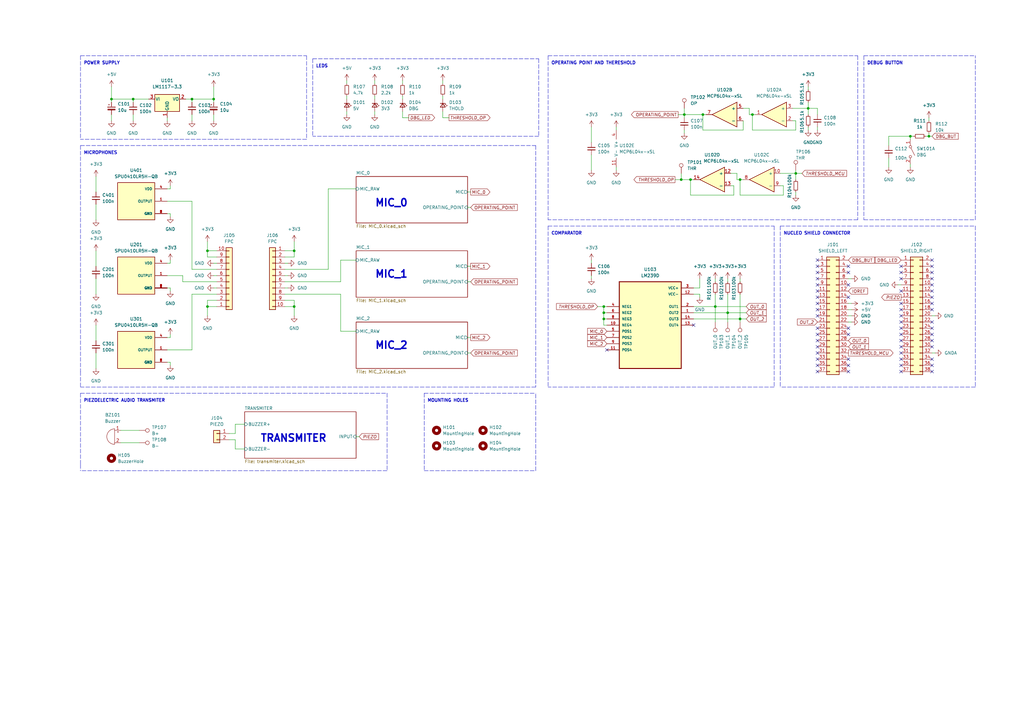
<source format=kicad_sch>
(kicad_sch (version 20211123) (generator eeschema)
  (paper "A3")
  (title_block (title "UltraSoundSensor") (date "2022-10-30") (rev "1.0") (company "Krystian Mirek"))
  (junction (at 303.53 130.81))
  (junction (at 85.09 102.87))
  (junction (at 120.65 102.87))
  (junction (at 279.4 73.66))
  (junction (at 381 55.88))
  (junction (at 85.09 125.73))
  (junction (at 303.53 73.66))
  (junction (at 120.65 125.73))
  (junction (at 298.45 128.27))
  (junction (at 54.61 40.64))
  (junction (at 283.21 73.66))
  (junction (at 78.74 40.64))
  (junction (at 308.61 46.99))
  (junction (at 87.63 40.64))
  (junction (at 293.37 125.73))
  (junction (at 331.47 44.45))
  (junction (at 373.38 55.88))
  (junction (at 326.39 71.12))
  (junction (at 247.65 125.73))
  (junction (at 247.65 130.81))
  (junction (at 280.67 46.99))
  (junction (at 247.65 128.27))
  (junction (at 45.72 40.64))
  (junction (at 288.29 46.99))
  (no_connect (at 284.48 133.35))
  (no_connect (at 248.92 143.51))
  (no_connect (at 382.27 106.68))
  (no_connect (at 335.28 109.22))
  (no_connect (at 335.28 111.76))
  (no_connect (at 335.28 106.68))
  (no_connect (at 347.98 111.76))
  (no_connect (at 347.98 109.22))
  (no_connect (at 347.98 116.84))
  (no_connect (at 335.28 114.3))
  (no_connect (at 335.28 121.92))
  (no_connect (at 335.28 119.38))
  (no_connect (at 335.28 116.84))
  (no_connect (at 347.98 121.92))
  (no_connect (at 335.28 142.24))
  (no_connect (at 335.28 139.7))
  (no_connect (at 335.28 134.62))
  (no_connect (at 335.28 137.16))
  (no_connect (at 347.98 149.86))
  (no_connect (at 347.98 152.4))
  (no_connect (at 335.28 149.86))
  (no_connect (at 335.28 152.4))
  (no_connect (at 335.28 129.54))
  (no_connect (at 347.98 137.16))
  (no_connect (at 347.98 134.62))
  (no_connect (at 335.28 127))
  (no_connect (at 335.28 147.32))
  (no_connect (at 335.28 144.78))
  (no_connect (at 335.28 124.46))
  (no_connect (at 369.57 127))
  (no_connect (at 382.27 132.08))
  (no_connect (at 382.27 139.7))
  (no_connect (at 382.27 134.62))
  (no_connect (at 382.27 137.16))
  (no_connect (at 382.27 127))
  (no_connect (at 382.27 147.32))
  (no_connect (at 369.57 139.7))
  (no_connect (at 382.27 142.24))
  (no_connect (at 369.57 147.32))
  (no_connect (at 382.27 111.76))
  (no_connect (at 369.57 109.22))
  (no_connect (at 369.57 111.76))
  (no_connect (at 382.27 114.3))
  (no_connect (at 382.27 109.22))
  (no_connect (at 369.57 114.3))
  (no_connect (at 369.57 119.38))
  (no_connect (at 382.27 119.38))
  (no_connect (at 382.27 116.84))
  (no_connect (at 369.57 124.46))
  (no_connect (at 347.98 147.32))
  (no_connect (at 382.27 124.46))
  (no_connect (at 382.27 121.92))
  (no_connect (at 382.27 152.4))
  (no_connect (at 369.57 152.4))
  (no_connect (at 382.27 149.86))
  (no_connect (at 369.57 149.86))
  (no_connect (at 369.57 129.54))
  (no_connect (at 369.57 132.08))
  (no_connect (at 369.57 134.62))
  (no_connect (at 369.57 137.16))
  (no_connect (at 369.57 144.78))
  (no_connect (at 369.57 142.24))
  (bus_entry (at 21.59 -288.29) (size 2.54 2.54))
  (wire (pts (xy 326.39 71.12) (xy 328.93 71.12)))
  (wire (pts (xy 321.31 76.2) (xy 321.31 80.01)))
  (polyline (pts (xy 33.02 190.5) (xy 33.02 193.04)))
  (wire (pts (xy 280.67 44.45) (xy 280.67 46.99)))
  (wire (pts (xy 68.58 77.47) (xy 69.85 77.47)))
  (wire (pts (xy 242.57 52.07) (xy 242.57 58.42)))
  (wire (pts (xy 116.84 107.95) (xy 118.11 107.95)))
  (wire (pts (xy 85.09 125.73) (xy 88.9 125.73)))
  (wire (pts (xy 68.58 87.63) (xy 69.85 87.63)))
  (wire (pts (xy 284.48 125.73) (xy 293.37 125.73)))
  (wire (pts (xy 45.72 40.64) (xy 45.72 41.91)))
  (wire (pts (xy 279.4 71.12) (xy 279.4 73.66)))
  (polyline (pts (xy 224.79 92.71) (xy 317.5 92.71)))
  (wire (pts (xy 303.53 130.81) (xy 303.53 132.08)))
  (wire (pts (xy 335.28 46.99) (xy 335.28 44.45)))
  (wire (pts (xy 326.39 53.34) (xy 308.61 53.34)))
  (wire (pts (xy 300.99 80.01) (xy 283.21 80.01)))
  (polyline (pts (xy 173.99 161.29) (xy 219.71 161.29)))
  (wire (pts (xy 252.73 52.07) (xy 252.73 53.34)))
  (polyline (pts (xy 224.79 92.71) (xy 224.79 158.75)))
  (wire (pts (xy 321.31 80.01) (xy 303.53 80.01)))
  (wire (pts (xy 276.86 73.66) (xy 279.4 73.66)))
  (wire (pts (xy 381 54.61) (xy 381 55.88)))
  (wire (pts (xy 335.28 44.45) (xy 331.47 44.45)))
  (polyline (pts (xy 354.33 22.86) (xy 400.05 22.86)))
  (wire (pts (xy 116.84 123.19) (xy 120.65 123.19)))
  (wire (pts (xy 242.57 113.03) (xy 242.57 114.3)))
  (wire (pts (xy 78.74 143.51) (xy 78.74 120.65)))
  (wire (pts (xy 247.65 128.27) (xy 247.65 130.81)))
  (polyline (pts (xy 128.27 24.13) (xy 128.27 55.88)))
  (wire (pts (xy 134.62 110.49) (xy 116.84 110.49)))
  (polyline (pts (xy 33.02 22.86) (xy 33.02 57.15)))
  (wire (pts (xy 68.58 138.43) (xy 69.85 138.43)))
  (wire (pts (xy 167.64 48.26) (xy 165.1 48.26)))
  (wire (pts (xy 181.61 33.02) (xy 181.61 34.29)))
  (wire (pts (xy 181.61 48.26) (xy 181.61 45.72)))
  (wire (pts (xy 283.21 73.66) (xy 284.48 73.66)))
  (wire (pts (xy 181.61 39.37) (xy 181.61 40.64)))
  (wire (pts (xy 78.74 40.64) (xy 87.63 40.64)))
  (polyline (pts (xy 173.99 193.04) (xy 219.71 193.04)))
  (wire (pts (xy 68.58 143.51) (xy 78.74 143.51)))
  (wire (pts (xy 298.45 114.3) (xy 298.45 115.57)))
  (wire (pts (xy 120.65 105.41) (xy 120.65 102.87)))
  (polyline (pts (xy 219.71 193.04) (xy 219.71 161.29)))
  (wire (pts (xy 300.99 76.2) (xy 300.99 80.01)))
  (wire (pts (xy 373.38 55.88) (xy 374.65 55.88)))
  (wire (pts (xy 153.67 33.02) (xy 153.67 34.29)))
  (wire (pts (xy 242.57 106.68) (xy 242.57 107.95)))
  (wire (pts (xy 307.34 46.99) (xy 308.61 46.99)))
  (polyline (pts (xy 125.73 57.15) (xy 33.02 57.15)))
  (polyline (pts (xy 400.05 92.71) (xy 400.05 158.75)))
  (polyline (pts (xy 158.75 193.04) (xy 33.02 193.04)))
  (wire (pts (xy 88.9 105.41) (xy 85.09 105.41)))
  (wire (pts (xy 287.02 114.3) (xy 287.02 118.11)))
  (wire (pts (xy 39.37 133.35) (xy 39.37 139.7)))
  (wire (pts (xy 242.57 63.5) (xy 242.57 69.85)))
  (wire (pts (xy 293.37 114.3) (xy 293.37 115.57)))
  (wire (pts (xy 69.85 148.59) (xy 69.85 149.86)))
  (wire (pts (xy 165.1 33.02) (xy 165.1 34.29)))
  (wire (pts (xy 293.37 125.73) (xy 293.37 132.08)))
  (wire (pts (xy 304.8 49.53) (xy 304.8 53.34)))
  (wire (pts (xy 247.65 133.35) (xy 248.92 133.35)))
  (wire (pts (xy 74.93 115.57) (xy 88.9 115.57)))
  (polyline (pts (xy 320.04 92.71) (xy 400.05 92.71)))
  (wire (pts (xy 299.72 76.2) (xy 300.99 76.2)))
  (wire (pts (xy 142.24 33.02) (xy 142.24 34.29)))
  (polyline (pts (xy 128.27 24.13) (xy 220.98 24.13)))
  (wire (pts (xy 247.65 128.27) (xy 248.92 128.27)))
  (wire (pts (xy 54.61 46.99) (xy 54.61 49.53)))
  (wire (pts (xy 69.85 138.43) (xy 69.85 137.16)))
  (wire (pts (xy 88.9 102.87) (xy 85.09 102.87)))
  (wire (pts (xy 146.05 77.47) (xy 134.62 77.47)))
  (wire (pts (xy 347.98 129.54) (xy 349.25 129.54)))
  (wire (pts (xy 39.37 114.3) (xy 39.37 120.65)))
  (wire (pts (xy 302.26 71.12) (xy 302.26 73.66)))
  (wire (pts (xy 116.84 113.03) (xy 118.11 113.03)))
  (wire (pts (xy 184.15 48.26) (xy 181.61 48.26)))
  (wire (pts (xy 88.9 118.11) (xy 87.63 118.11)))
  (wire (pts (xy 191.77 138.43) (xy 193.04 138.43)))
  (wire (pts (xy 364.49 59.69) (xy 364.49 55.88)))
  (wire (pts (xy 39.37 83.82) (xy 39.37 90.17)))
  (wire (pts (xy 283.21 80.01) (xy 283.21 73.66)))
  (wire (pts (xy 303.53 120.65) (xy 303.53 130.81)))
  (wire (pts (xy 142.24 39.37) (xy 142.24 40.64)))
  (wire (pts (xy 247.65 130.81) (xy 247.65 133.35)))
  (wire (pts (xy 304.8 44.45) (xy 307.34 44.45)))
  (wire (pts (xy 142.24 45.72) (xy 142.24 46.99)))
  (wire (pts (xy 54.61 40.64) (xy 54.61 41.91)))
  (wire (pts (xy 191.77 85.09) (xy 193.04 85.09)))
  (wire (pts (xy 85.09 102.87) (xy 85.09 99.06)))
  (wire (pts (xy 347.98 124.46) (xy 349.25 124.46)))
  (wire (pts (xy 57.15 176.53) (xy 49.53 176.53)))
  (wire (pts (xy 347.98 132.08) (xy 349.25 132.08)))
  (wire (pts (xy 347.98 127) (xy 349.25 127)))
  (wire (pts (xy 191.77 144.78) (xy 193.04 144.78)))
  (wire (pts (xy 88.9 123.19) (xy 85.09 123.19)))
  (polyline (pts (xy 158.75 161.29) (xy 158.75 193.04)))
  (polyline (pts (xy 33.02 152.4) (xy 33.02 158.75)))
  (wire (pts (xy 153.67 39.37) (xy 153.67 40.64)))
  (wire (pts (xy 165.1 48.26) (xy 165.1 45.72)))
  (wire (pts (xy 69.85 77.47) (xy 69.85 76.2)))
  (wire (pts (xy 88.9 107.95) (xy 87.63 107.95)))
  (wire (pts (xy 280.67 46.99) (xy 288.29 46.99)))
  (wire (pts (xy 320.04 71.12) (xy 326.39 71.12)))
  (wire (pts (xy 308.61 46.99) (xy 309.88 46.99)))
  (wire (pts (xy 280.67 53.34) (xy 280.67 54.61)))
  (wire (pts (xy 120.65 123.19) (xy 120.65 125.73)))
  (wire (pts (xy 134.62 77.47) (xy 134.62 110.49)))
  (wire (pts (xy 284.48 128.27) (xy 298.45 128.27)))
  (wire (pts (xy 93.98 180.34) (xy 96.52 180.34)))
  (wire (pts (xy 326.39 49.53) (xy 326.39 53.34)))
  (polyline (pts (xy 224.79 22.86) (xy 351.79 22.86)))
  (wire (pts (xy 304.8 53.34) (xy 288.29 53.34)))
  (wire (pts (xy 326.39 71.12) (xy 326.39 73.66)))
  (wire (pts (xy 96.52 180.34) (xy 96.52 184.15)))
  (wire (pts (xy 381 48.26) (xy 381 49.53)))
  (wire (pts (xy 293.37 120.65) (xy 293.37 125.73)))
  (wire (pts (xy 247.65 130.81) (xy 248.92 130.81)))
  (wire (pts (xy 325.12 44.45) (xy 331.47 44.45)))
  (wire (pts (xy 245.11 125.73) (xy 247.65 125.73)))
  (wire (pts (xy 373.38 67.31) (xy 373.38 68.58)))
  (polyline (pts (xy 224.79 22.86) (xy 224.79 90.17)))
  (wire (pts (xy 278.13 46.99) (xy 280.67 46.99)))
  (wire (pts (xy 381 55.88) (xy 382.27 55.88)))
  (polyline (pts (xy 219.71 59.69) (xy 219.71 158.75)))
  (wire (pts (xy 308.61 53.34) (xy 308.61 46.99)))
  (polyline (pts (xy 220.98 24.13) (xy 220.98 55.88)))
  (wire (pts (xy 373.38 55.88) (xy 373.38 57.15)))
  (wire (pts (xy 139.7 106.68) (xy 146.05 106.68)))
  (polyline (pts (xy 351.79 22.86) (xy 351.79 90.17)))
  (wire (pts (xy 326.39 69.85) (xy 326.39 71.12)))
  (wire (pts (xy 191.77 115.57) (xy 193.04 115.57)))
  (wire (pts (xy 153.67 45.72) (xy 153.67 46.99)))
  (wire (pts (xy 85.09 105.41) (xy 85.09 102.87)))
  (wire (pts (xy 39.37 102.87) (xy 39.37 109.22)))
  (polyline (pts (xy 33.02 161.29) (xy 33.02 190.5)))
  (polyline (pts (xy 354.33 90.17) (xy 400.05 90.17)))
  (wire (pts (xy 45.72 40.64) (xy 54.61 40.64)))
  (wire (pts (xy 146.05 179.07) (xy 147.32 179.07)))
  (polyline (pts (xy 33.02 59.69) (xy 33.02 152.4)))
  (wire (pts (xy 191.77 109.22) (xy 193.04 109.22)))
  (wire (pts (xy 76.2 40.64) (xy 78.74 40.64)))
  (wire (pts (xy 288.29 53.34) (xy 288.29 46.99)))
  (wire (pts (xy 364.49 55.88) (xy 373.38 55.88)))
  (wire (pts (xy 78.74 82.55) (xy 78.74 110.49)))
  (wire (pts (xy 96.52 184.15) (xy 100.33 184.15)))
  (wire (pts (xy 139.7 135.89) (xy 146.05 135.89)))
  (polyline (pts (xy 317.5 92.71) (xy 317.5 158.75)))
  (wire (pts (xy 382.27 129.54) (xy 383.54 129.54)))
  (polyline (pts (xy 173.99 161.29) (xy 173.99 193.04)))
  (wire (pts (xy 299.72 71.12) (xy 302.26 71.12)))
  (wire (pts (xy 303.53 73.66) (xy 304.8 73.66)))
  (wire (pts (xy 54.61 40.64) (xy 60.96 40.64)))
  (wire (pts (xy 68.58 113.03) (xy 74.93 113.03)))
  (wire (pts (xy 288.29 46.99) (xy 289.56 46.99)))
  (wire (pts (xy 68.58 48.26) (xy 68.58 49.53)))
  (wire (pts (xy 69.85 107.95) (xy 69.85 106.68)))
  (wire (pts (xy 85.09 123.19) (xy 85.09 125.73)))
  (wire (pts (xy 335.28 52.07) (xy 335.28 53.34)))
  (wire (pts (xy 39.37 72.39) (xy 39.37 78.74)))
  (wire (pts (xy 96.52 177.8) (xy 96.52 173.99)))
  (wire (pts (xy 252.73 68.58) (xy 252.73 69.85)))
  (wire (pts (xy 298.45 128.27) (xy 306.07 128.27)))
  (wire (pts (xy 287.02 118.11) (xy 284.48 118.11)))
  (wire (pts (xy 45.72 35.56) (xy 45.72 40.64)))
  (wire (pts (xy 347.98 114.3) (xy 349.25 114.3)))
  (wire (pts (xy 364.49 64.77) (xy 364.49 68.58)))
  (wire (pts (xy 279.4 73.66) (xy 283.21 73.66)))
  (wire (pts (xy 298.45 120.65) (xy 298.45 128.27)))
  (wire (pts (xy 331.47 35.56) (xy 331.47 36.83)))
  (wire (pts (xy 120.65 129.54) (xy 120.65 125.73)))
  (wire (pts (xy 307.34 44.45) (xy 307.34 46.99)))
  (polyline (pts (xy 33.02 22.86) (xy 125.73 22.86)))
  (polyline (pts (xy 354.33 22.86) (xy 354.33 90.17)))
  (polyline (pts (xy 33.02 161.29) (xy 158.75 161.29)))
  (wire (pts (xy 69.85 118.11) (xy 69.85 119.38)))
  (wire (pts (xy 302.26 73.66) (xy 303.53 73.66)))
  (wire (pts (xy 78.74 46.99) (xy 78.74 49.53)))
  (wire (pts (xy 284.48 120.65) (xy 287.02 120.65)))
  (wire (pts (xy 116.84 115.57) (xy 139.7 115.57)))
  (wire (pts (xy 303.53 114.3) (xy 303.53 115.57)))
  (polyline (pts (xy 33.02 59.69) (xy 219.71 59.69)))
  (wire (pts (xy 303.53 80.01) (xy 303.53 73.66)))
  (polyline (pts (xy 317.5 158.75) (xy 224.79 158.75)))
  (wire (pts (xy 78.74 110.49) (xy 88.9 110.49)))
  (wire (pts (xy 74.93 113.03) (xy 74.93 115.57)))
  (wire (pts (xy 68.58 148.59) (xy 69.85 148.59)))
  (wire (pts (xy 326.39 78.74) (xy 326.39 80.01)))
  (wire (pts (xy 331.47 44.45) (xy 331.47 46.99)))
  (polyline (pts (xy 220.98 55.88) (xy 128.27 55.88)))
  (polyline (pts (xy 320.04 92.71) (xy 320.04 158.75)))
  (wire (pts (xy 45.72 46.99) (xy 45.72 49.53)))
  (wire (pts (xy 382.27 144.78) (xy 383.54 144.78)))
  (wire (pts (xy 116.84 105.41) (xy 120.65 105.41)))
  (wire (pts (xy 88.9 113.03) (xy 87.63 113.03)))
  (wire (pts (xy 165.1 39.37) (xy 165.1 40.64)))
  (wire (pts (xy 247.65 125.73) (xy 247.65 128.27)))
  (wire (pts (xy 69.85 87.63) (xy 69.85 88.9)))
  (wire (pts (xy 96.52 173.99) (xy 100.33 173.99)))
  (wire (pts (xy 87.63 46.99) (xy 87.63 49.53)))
  (wire (pts (xy 85.09 129.54) (xy 85.09 125.73)))
  (polyline (pts (xy 125.73 22.86) (xy 125.73 57.15)))
  (wire (pts (xy 116.84 102.87) (xy 120.65 102.87)))
  (wire (pts (xy 78.74 120.65) (xy 88.9 120.65)))
  (wire (pts (xy 247.65 125.73) (xy 248.92 125.73)))
  (wire (pts (xy 116.84 120.65) (xy 139.7 120.65)))
  (wire (pts (xy 68.58 82.55) (xy 78.74 82.55)))
  (wire (pts (xy 191.77 78.74) (xy 193.04 78.74)))
  (wire (pts (xy 379.73 55.88) (xy 381 55.88)))
  (wire (pts (xy 39.37 144.78) (xy 39.37 151.13)))
  (wire (pts (xy 320.04 76.2) (xy 321.31 76.2)))
  (wire (pts (xy 139.7 120.65) (xy 139.7 135.89)))
  (wire (pts (xy 368.3 116.84) (xy 369.57 116.84)))
  (wire (pts (xy 68.58 118.11) (xy 69.85 118.11)))
  (polyline (pts (xy 351.79 90.17) (xy 224.79 90.17)))
  (wire (pts (xy 325.12 49.53) (xy 326.39 49.53)))
  (wire (pts (xy 139.7 115.57) (xy 139.7 106.68)))
  (wire (pts (xy 87.63 40.64) (xy 87.63 41.91)))
  (polyline (pts (xy 400.05 158.75) (xy 320.04 158.75)))
  (wire (pts (xy 120.65 125.73) (xy 116.84 125.73)))
  (wire (pts (xy 87.63 35.56) (xy 87.63 40.64)))
  (wire (pts (xy 116.84 118.11) (xy 118.11 118.11)))
  (wire (pts (xy 120.65 102.87) (xy 120.65 99.06)))
  (wire (pts (xy 284.48 130.81) (xy 303.53 130.81)))
  (wire (pts (xy 93.98 177.8) (xy 96.52 177.8)))
  (wire (pts (xy 293.37 125.73) (xy 306.07 125.73)))
  (wire (pts (xy 298.45 128.27) (xy 298.45 132.08)))
  (wire (pts (xy 303.53 130.81) (xy 306.07 130.81)))
  (wire (pts (xy 57.15 181.61) (xy 49.53 181.61)))
  (wire (pts (xy 68.58 107.95) (xy 69.85 107.95)))
  (wire (pts (xy 280.67 48.26) (xy 280.67 46.99)))
  (polyline (pts (xy 219.71 158.75) (xy 33.02 158.75)))
  (wire (pts (xy 78.74 40.64) (xy 78.74 41.91)))
  (wire (pts (xy 287.02 120.65) (xy 287.02 121.92)))
  (wire (pts (xy 331.47 52.07) (xy 331.47 53.34)))
  (wire (pts (xy 331.47 41.91) (xy 331.47 44.45)))
  (polyline (pts (xy 400.05 90.17) (xy 400.05 22.86)))
  (text "NUCLEO SHIELD CONNECTOR" (at 321.31 96.52 0) (effects (font (size 1.27 1.27) bold) (justify left bottom)))
  (text "MICROPHONES" (at 34.29 63.5 0) (effects (font (size 1.27 1.27) bold) (justify left bottom)))
  (text "COMPARATOR" (at 226.06 96.52 0) (effects (font (size 1.27 1.27) bold) (justify left bottom)))
  (text "PIEZOELECTRIC AUDIO TRANSMITER" (at 34.29 165.1 0) (effects (font (size 1.27 1.27) bold) (justify left bottom)))
  (text "OPERATING POINT AND THERESHOLD" (at 226.06 26.67 0) (effects (font (size 1.27 1.27) bold) (justify left bottom)))
  (text "POWER SUPPLY" (at 34.29 26.67 0) (effects (font (size 1.27 1.27) bold) (justify left bottom)))
  (text "DEBUG BUTTON" (at 355.6 26.67 0) (effects (font (size 1.27 1.27) bold) (justify left bottom)))
  (text "TRANSMITER" (at 106.68 181.61 0) (effects (font (size 3 3) (thickness 0.6) bold) (justify left bottom)))
  (text "MIC_1" (at 153.67 114.3 0) (effects (font (size 3 3) (thickness 0.6) bold) (justify left bottom)))
  (text "MIC_0" (at 153.67 85.09 0) (effects (font (size 3 3) (thickness 0.6) bold) (justify left bottom)))
  (text "LEDS" (at 129.54 27.94 0) (effects (font (size 1.27 1.27) bold) (justify left bottom)))
  (text "MOUNTING HOLES" (at 175.26 165.1 0) (effects (font (size 1.27 1.27) bold) (justify left bottom)))
  (text "MIC_2" (at 153.67 143.51 0) (effects (font (size 3 3) (thickness 0.6) bold) (justify left bottom)))
  (global_label "OUT_0" (shape input) (at 347.98 139.7 0) (effects (font italic)) (property "Intersheet References" "${INTERSHEET_REFS}" (effects hide)))
  (global_label "PIEZO" (shape output) (at 369.57 121.92 180) (effects (font italic)) (property "Intersheet References" "${INTERSHEET_REFS}" (effects hide)))
  (global_label "MIC_0" (shape output) (at 193.04 78.74 0) (property "Intersheet References" "${INTERSHEET_REFS}" (effects hide)))
  (global_label "OPERATING_POINT" (shape output) (at 278.13 46.99 180) (property "Intersheet References" "${INTERSHEET_REFS}" (effects hide)))
  (global_label "OUT_2" (shape input) (at 306.07 130.81 0) (effects (font italic)) (property "Intersheet References" "${INTERSHEET_REFS}" (effects hide)))
  (global_label "MIC_2" (shape input) (at 248.92 140.97 180) (property "Intersheet References" "${INTERSHEET_REFS}" (effects hide)))
  (global_label "IOREF" (shape input) (at 347.98 119.38 0) (property "Intersheet References" "${INTERSHEET_REFS}" (effects hide)))
  (global_label "OUT_1" (shape input) (at 306.07 128.27 0) (effects (font italic)) (property "Intersheet References" "${INTERSHEET_REFS}" (effects hide)))
  (global_label "DBG_BUT" (shape input) (at 382.27 55.88 0) (property "Intersheet References" "${INTERSHEET_REFS}" (effects hide)))
  (global_label "MIC_0" (shape input) (at 248.92 135.89 180) (property "Intersheet References" "${INTERSHEET_REFS}" (effects hide)))
  (global_label "MIC_1" (shape input) (at 248.92 138.43 180) (property "Intersheet References" "${INTERSHEET_REFS}" (effects hide)))
  (global_label "THRESHOLD_OP" (shape input) (at 245.11 125.73 180) (effects (font italic)) (property "Intersheet References" "${INTERSHEET_REFS}" (effects hide)))
  (global_label "OPERATING_POINT" (shape input) (at 193.04 144.78 0) (property "Intersheet References" "${INTERSHEET_REFS}" (effects hide)))
  (global_label "THRESHOLD_MCU" (shape input) (at 328.93 71.12 0) (effects (font italic)) (property "Intersheet References" "${INTERSHEET_REFS}" (effects hide)))
  (global_label "OUT_0" (shape input) (at 306.07 125.73 0) (effects (font italic)) (property "Intersheet References" "${INTERSHEET_REFS}" (effects hide)))
  (global_label "THRESHOLD_OP" (shape output) (at 276.86 73.66 180) (effects (font italic)) (property "Intersheet References" "${INTERSHEET_REFS}" (effects hide)))
  (global_label "MIC_1" (shape output) (at 193.04 109.22 0) (property "Intersheet References" "${INTERSHEET_REFS}" (effects hide)))
  (global_label "THRESHOLD_MCU" (shape output) (at 347.98 144.78 0) (effects (font italic)) (property "Intersheet References" "${INTERSHEET_REFS}" (effects hide)))
  (global_label "DBG_BUT" (shape input) (at 347.98 106.68 0) (property "Intersheet References" "${INTERSHEET_REFS}" (effects hide)))
  (global_label "MIC_2" (shape output) (at 193.04 138.43 0) (property "Intersheet References" "${INTERSHEET_REFS}" (effects hide)))
  (global_label "DBG_LED" (shape input) (at 369.57 106.68 180) (property "Intersheet References" "${INTERSHEET_REFS}" (effects hide)))
  (global_label "DBG_LED" (shape output) (at 167.64 48.26 0) (effects (font italic)) (property "Intersheet References" "${INTERSHEET_REFS}" (effects hide)))
  (global_label "THRESHOLD_OP" (shape output) (at 184.15 48.26 0) (effects (font italic)) (property "Intersheet References" "${INTERSHEET_REFS}" (effects hide)))
  (global_label "OPERATING_POINT" (shape input) (at 193.04 115.57 0) (property "Intersheet References" "${INTERSHEET_REFS}" (effects hide)))
  (global_label "PIEZO" (shape input) (at 147.32 179.07 0) (effects (font italic)) (property "Intersheet References" "${INTERSHEET_REFS}" (effects hide)))
  (global_label "OUT_2" (shape input) (at 335.28 132.08 180) (effects (font italic)) (property "Intersheet References" "${INTERSHEET_REFS}" (effects hide)))
  (global_label "OUT_1" (shape input) (at 347.98 142.24 0) (effects (font italic)) (property "Intersheet References" "${INTERSHEET_REFS}" (effects hide)))
  (global_label "OPERATING_POINT" (shape input) (at 193.04 85.09 0) (property "Intersheet References" "${INTERSHEET_REFS}" (effects hide)))
  (symbol (lib_id "power:GND") (at 331.47 53.34 0) (unit 1)
    (property "Reference" "#PWR0113" (effects hide))
    (property "Value" "GND" (at 331.47 58.42 0))
  )
  (symbol (lib_id "SPU0410LR5H-QB:SPU0410LR5H-QB") (at 55.88 143.51 0) (unit 1)
    (property "Reference" "U301" (at 55.88 130.81 0))
    (property "Value" "SPU0410LR5H-QB" (at 55.88 133.35 0))
    (property "Footprint" "SPU0410:SPU0410LR5H-QB" (effects hide))
    (property "PARTREV" "H" (effects hide))
    (property "STANDARD" "Manufacturer Recommendations" (effects hide))
    (property "MANUFACTURER" "KNOWLES" (effects hide))
  )
  (symbol (lib_id "power:+3V3") (at 39.37 102.87 0) (unit 1)
    (property "Reference" "#PWR0139" (effects hide))
    (property "Value" "+3V3" (at 39.37 97.79 0))
  )
  (symbol (lib_id "Device:R_Small") (at 165.1 36.83 0) (unit 1)
    (property "Reference" "R110" (at 167.64 35.5599 0) (effects (justify left)))
    (property "Value" "1k" (at 167.64 38.0999 0) (effects (justify left)))
    (property "Footprint" "Resistor_SMD:R_0603_1608Metric" (effects hide))
  )
  (symbol (lib_id "Connector_Generic:Conn_01x10") (at 111.76 113.03 0) (mirror y) (unit 1)
    (property "Reference" "J106" (at 111.76 96.52 0))
    (property "Value" "FPC" (at 111.76 99.06 0))
    (property "Footprint" "Connector_FFC-FPC:Hirose_FH12-10S-0.5SH_1x10-1MP_P0.50mm_Horizontal" (effects hide))
  )
  (symbol (lib_id "power:GND") (at 69.85 88.9 0) (mirror y) (unit 1)
    (property "Reference" "#PWR0140" (effects hide))
    (property "Value" "GND" (at 69.85 93.98 0))
  )
  (symbol (lib_id "Device:R_Small") (at 293.37 118.11 0) (unit 1)
    (property "Reference" "R101" (at 290.83 123.19 90) (effects (justify left)))
    (property "Value" "100k" (at 290.83 118.11 90) (effects (justify left)))
    (property "Footprint" "Resistor_SMD:R_0603_1608Metric" (effects hide))
  )
  (symbol (lib_id "Device:C_Small") (at 78.74 44.45 0) (unit 1)
    (property "Reference" "C103" (at 81.28 43.1862 0) (effects (justify left)))
    (property "Value" "100n" (at 81.28 45.7262 0) (effects (justify left)))
    (property "Footprint" "Capacitor_SMD:C_0603_1608Metric" (effects hide))
  )
  (symbol (lib_id "Connector:TestPoint") (at 303.53 132.08 180) (unit 1)
    (property "Reference" "TP105" (at 306.07 137.16 90) (effects (justify left)))
    (property "Value" "OUT_2" (at 303.53 137.16 90) (effects (justify left)))
    (property "Footprint" "TestPoint:TestPoint_Pad_D1.0mm" (effects hide))
  )
  (symbol (lib_id "Device:C_Small") (at 39.37 142.24 0) (unit 1)
    (property "Reference" "C301" (at 41.91 140.9762 0) (effects (justify left)))
    (property "Value" "100n" (at 41.91 143.5162 0) (effects (justify left)))
    (property "Footprint" "Capacitor_SMD:C_0603_1608Metric" (effects hide))
  )
  (symbol (lib_id "Device:Buzzer") (at 46.99 179.07 0) (mirror y) (unit 1)
    (property "Reference" "BZ101" (at 46.228 170.18 0))
    (property "Value" "Buzzer" (at 46.228 172.72 0))
    (property "Footprint" "Buzzer_Beeper:Buzzer_15x7.5RM7.6" (effects hide))
  )
  (symbol (lib_id "Device:C_Small") (at 39.37 111.76 0) (unit 1)
    (property "Reference" "C201" (at 41.91 110.4962 0) (effects (justify left)))
    (property "Value" "100n" (at 41.91 113.0362 0) (effects (justify left)))
    (property "Footprint" "Capacitor_SMD:C_0603_1608Metric" (effects hide))
  )
  (symbol (lib_id "power:+3V3") (at 331.47 35.56 0) (unit 1)
    (property "Reference" "#PWR0122" (effects hide))
    (property "Value" "+3V3" (at 331.47 30.48 0))
  )
  (symbol (lib_id "power:GND") (at 349.25 129.54 90) (unit 1)
    (property "Reference" "#PWR0127" (effects hide))
    (property "Value" "GND" (at 353.06 129.5399 90) (effects (justify right)))
  )
  (symbol (lib_id "Connector:TestPoint") (at 57.15 181.61 270) (unit 1)
    (property "Reference" "TP108" (at 62.23 180.3399 90) (effects (justify left)))
    (property "Value" "B-" (at 62.23 182.8799 90) (effects (justify left)))
    (property "Footprint" "TestPoint:TestPoint_Pad_D2.0mm" (effects hide))
  )
  (symbol (lib_id "Device:LED_Small") (at 142.24 43.18 270) (unit 1)
    (property "Reference" "D101" (at 144.78 41.9734 90) (effects (justify left)))
    (property "Value" "5V" (at 144.78 44.5134 90) (effects (justify left)))
    (property "Footprint" "LED_SMD:LED_0603_1608Metric" (effects hide))
  )
  (symbol (lib_id "Amplifier_Operational:MCP6L04x-xSL") (at 255.27 60.96 0) (unit 5)
    (property "Reference" "U102" (at 254 59.6899 0) (effects (justify left)))
    (property "Value" "MCP6L04x-xSL" (at 254 62.2299 0) (effects (justify left)))
    (property "Footprint" "Package_SO:SOIC-14_3.9x8.7mm_P1.27mm" (effects hide))
    (property "Datasheet" "http://ww1.microchip.com/downloads/en/devicedoc/22140b.pdf" (effects hide))
  )
  (symbol (lib_id "power:+3V3") (at 69.85 106.68 0) (unit 1)
    (property "Reference" "#PWR0145" (effects hide))
    (property "Value" "+3V3" (at 69.85 101.6 0))
  )
  (symbol (lib_id "power:GND") (at 364.49 68.58 0) (unit 1)
    (property "Reference" "#PWR0161" (effects hide))
    (property "Value" "GND" (at 364.49 73.66 0))
  )
  (symbol (lib_id "Device:R_Small") (at 331.47 49.53 0) (unit 1)
    (property "Reference" "R106" (at 328.93 54.61 90) (effects (justify left)))
    (property "Value" "5.1k" (at 328.93 49.53 90) (effects (justify left)))
    (property "Footprint" "Resistor_SMD:R_0603_1608Metric" (effects hide))
  )
  (symbol (lib_id "power:GND") (at 153.67 46.99 0) (unit 1)
    (property "Reference" "#PWR0132" (effects hide))
    (property "Value" "GND" (at 153.67 52.07 0))
  )
  (symbol (lib_id "power:GND") (at 349.25 114.3 90) (unit 1)
    (property "Reference" "#PWR0121" (effects hide))
    (property "Value" "GND" (at 353.06 114.2999 90) (effects (justify right)))
  )
  (symbol (lib_id "power:GND") (at 118.11 118.11 90) (unit 1)
    (property "Reference" "#PWR0158" (effects hide))
    (property "Value" "GND" (at 121.92 118.1099 90) (effects (justify right)))
  )
  (symbol (lib_id "power:+5V") (at 142.24 33.02 0) (unit 1)
    (property "Reference" "#PWR0129" (effects hide))
    (property "Value" "+5V" (at 142.24 27.94 0))
  )
  (symbol (lib_id "Connector:TestPoint") (at 280.67 44.45 0) (unit 1)
    (property "Reference" "TP102" (at 283.21 39.8779 0) (effects (justify left)))
    (property "Value" "OP" (at 283.21 42.4179 0) (effects (justify left)))
    (property "Footprint" "TestPoint:TestPoint_Pad_D1.0mm" (effects hide))
  )
  (symbol (lib_id "power:GND") (at 87.63 107.95 270) (mirror x) (unit 1)
    (property "Reference" "#PWR0153" (effects hide))
    (property "Value" "GND" (at 83.82 107.9499 90) (effects (justify right)))
  )
  (symbol (lib_id "Device:C_Small") (at 242.57 60.96 0) (unit 1)
    (property "Reference" "C105" (at 245.11 59.6962 0) (effects (justify left)))
    (property "Value" "100n" (at 245.11 62.2362 0) (effects (justify left)))
    (property "Footprint" "Capacitor_SMD:C_0603_1608Metric" (effects hide))
  )
  (symbol (lib_id "power:+3V3") (at 87.63 35.56 0) (unit 1)
    (property "Reference" "#PWR0106" (effects hide))
    (property "Value" "+3V3" (at 87.63 30.48 0))
  )
  (symbol (lib_id "power:GND") (at 118.11 107.95 90) (unit 1)
    (property "Reference" "#PWR0156" (effects hide))
    (property "Value" "GND" (at 121.92 107.9499 90) (effects (justify right)))
  )
  (symbol (lib_id "power:GND") (at 242.57 114.3 0) (unit 1)
    (property "Reference" "#PWR0111" (effects hide))
    (property "Value" "GND" (at 242.57 119.38 0))
  )
  (symbol (lib_id "Connector_Generic:Conn_01x10") (at 93.98 115.57 0) (mirror x) (unit 1)
    (property "Reference" "J105" (at 93.98 96.52 0))
    (property "Value" "FPC" (at 93.98 99.06 0))
    (property "Footprint" "Connector_FFC-FPC:Hirose_FH12-10S-0.5SH_1x10-1MP_P0.50mm_Horizontal" (effects hide))
  )
  (symbol (lib_id "Device:C_Small") (at 39.37 81.28 0) (unit 1)
    (property "Reference" "C401" (at 41.91 80.0162 0) (effects (justify left)))
    (property "Value" "100n" (at 41.91 82.5562 0) (effects (justify left)))
    (property "Footprint" "Capacitor_SMD:C_0603_1608Metric" (effects hide))
  )
  (symbol (lib_id "Mechanical:MountingHole") (at 45.72 187.96 0) (unit 1)
    (property "Reference" "H105" (at 48.26 186.6899 0) (effects (justify left)))
    (property "Value" "BuzzerHole" (at 48.26 189.2299 0) (effects (justify left)))
    (property "Footprint" "MountingHole:MountingHole_2.2mm_M2" (effects hide))
  )
  (symbol (lib_id "power:+3V3") (at 293.37 114.3 0) (unit 1)
    (property "Reference" "#PWR0117" (effects hide))
    (property "Value" "+3V3" (at 293.37 109.22 0))
  )
  (symbol (lib_id "power:GND") (at 68.58 49.53 0) (unit 1)
    (property "Reference" "#PWR0104" (effects hide))
    (property "Value" "GND" (at 68.58 54.61 0))
  )
  (symbol (lib_id "power:GND") (at 69.85 149.86 0) (mirror y) (unit 1)
    (property "Reference" "#PWR0144" (effects hide))
    (property "Value" "GND" (at 69.85 154.94 0))
  )
  (symbol (lib_id "Device:R_Small") (at 142.24 36.83 0) (unit 1)
    (property "Reference" "R107" (at 144.78 35.5599 0) (effects (justify left)))
    (property "Value" "4.7k" (at 144.78 38.0999 0) (effects (justify left)))
    (property "Footprint" "Resistor_SMD:R_0603_1608Metric" (effects hide))
  )
  (symbol (lib_id "power:+3V3") (at 252.73 52.07 0) (unit 1)
    (property "Reference" "#PWR0112" (effects hide))
    (property "Value" "+3V3" (at 252.73 46.99 0))
  )
  (symbol (lib_id "power:+3V3") (at 381 48.26 0) (unit 1)
    (property "Reference" "#PWR0163" (effects hide))
    (property "Value" "+3V3" (at 381 43.18 0))
  )
  (symbol (lib_id "power:+3V3") (at 303.53 114.3 0) (unit 1)
    (property "Reference" "#PWR0119" (effects hide))
    (property "Value" "+3V3" (at 303.53 109.22 0))
  )
  (symbol (lib_id "Mechanical:MountingHole") (at 198.12 176.53 0) (unit 1)
    (property "Reference" "H102" (at 200.66 175.2599 0) (effects (justify left)))
    (property "Value" "MountingHole" (at 200.66 177.7999 0) (effects (justify left)))
    (property "Footprint" "MountingHole:MountingHole_3.2mm_M3" (effects hide))
  )
  (symbol (lib_id "Device:R_Small") (at 381 52.07 0) (unit 1)
    (property "Reference" "R112" (at 383.54 50.7999 0) (effects (justify left)))
    (property "Value" "10k" (at 383.54 53.3399 0) (effects (justify left)))
    (property "Footprint" "Resistor_SMD:R_0603_1608Metric" (effects hide))
  )
  (symbol (lib_id "Amplifier_Operational:MCP6L04x-xSL") (at 312.42 73.66 0) (mirror y) (unit 3)
    (property "Reference" "U102" (at 312.42 63.5 0))
    (property "Value" "MCP6L04x-xSL" (at 312.42 66.04 0))
    (property "Footprint" "Package_SO:SOIC-14_3.9x8.7mm_P1.27mm" (effects hide))
    (property "Datasheet" "http://ww1.microchip.com/downloads/en/devicedoc/22140b.pdf" (effects hide))
  )
  (symbol (lib_id "Amplifier_Operational:MCP6L04x-xSL") (at 297.18 46.99 0) (mirror y) (unit 2)
    (property "Reference" "U102" (at 297.18 36.83 0))
    (property "Value" "MCP6L04x-xSL" (at 297.18 39.37 0))
    (property "Footprint" "Package_SO:SOIC-14_3.9x8.7mm_P1.27mm" (effects hide))
    (property "Datasheet" "http://ww1.microchip.com/downloads/en/devicedoc/22140b.pdf" (effects hide))
  )
  (symbol (lib_id "Connector:TestPoint") (at 57.15 176.53 270) (unit 1)
    (property "Reference" "TP107" (at 62.23 175.2599 90) (effects (justify left)))
    (property "Value" "B+" (at 62.23 177.7999 90) (effects (justify left)))
    (property "Footprint" "TestPoint:TestPoint_Pad_D2.0mm" (effects hide))
  )
  (symbol (lib_id "LM239D:LM239D") (at 266.7 133.35 0) (unit 1)
    (property "Reference" "U103" (at 266.7 110.49 0))
    (property "Value" "LM239D" (at 266.7 113.03 0))
    (property "Footprint" "Package_SO:SOIC-14_3.9x8.7mm_P1.27mm" (effects hide))
  )
  (symbol (lib_id "power:GND") (at 87.63 113.03 270) (mirror x) (unit 1)
    (property "Reference" "#PWR0154" (effects hide))
    (property "Value" "GND" (at 83.82 113.0299 90) (effects (justify right)))
  )
  (symbol (lib_id "Connector:TestPoint") (at 279.4 71.12 0) (unit 1)
    (property "Reference" "TP101" (at 281.94 66.5479 0) (effects (justify left)))
    (property "Value" "THR" (at 281.94 69.0879 0) (effects (justify left)))
    (property "Footprint" "TestPoint:TestPoint_Pad_D1.0mm" (effects hide))
  )
  (symbol (lib_id "power:+3V3") (at 69.85 76.2 0) (unit 1)
    (property "Reference" "#PWR0149" (effects hide))
    (property "Value" "+3V3" (at 69.85 71.12 0))
  )
  (symbol (lib_id "power:GND") (at 87.63 49.53 0) (unit 1)
    (property "Reference" "#PWR0107" (effects hide))
    (property "Value" "GND" (at 87.63 54.61 0))
  )
  (symbol (lib_id "power:GND") (at 45.72 49.53 0) (unit 1)
    (property "Reference" "#PWR0102" (effects hide))
    (property "Value" "GND" (at 45.72 54.61 0))
  )
  (symbol (lib_id "power:GND") (at 54.61 49.53 0) (unit 1)
    (property "Reference" "#PWR0103" (effects hide))
    (property "Value" "GND" (at 54.61 54.61 0))
  )
  (symbol (lib_id "Device:C_Small") (at 54.61 44.45 0) (unit 1)
    (property "Reference" "C102" (at 57.15 43.1862 0) (effects (justify left)))
    (property "Value" "100n" (at 57.15 45.7262 0) (effects (justify left)))
    (property "Footprint" "Capacitor_SMD:C_0603_1608Metric" (effects hide))
  )
  (symbol (lib_id "power:+3V3") (at 165.1 33.02 0) (unit 1)
    (property "Reference" "#PWR0138" (effects hide))
    (property "Value" "+3V3" (at 165.1 27.94 0))
  )
  (symbol (lib_id "power:+3V3") (at 242.57 106.68 0) (unit 1)
    (property "Reference" "#PWR0110" (effects hide))
    (property "Value" "+3V3" (at 242.57 101.6 0))
  )
  (symbol (lib_id "Device:C_Small") (at 364.49 62.23 0) (unit 1)
    (property "Reference" "C112" (at 367.03 60.9662 0) (effects (justify left)))
    (property "Value" "100n" (at 367.03 64.7762 0) (effects (justify left)))
    (property "Footprint" "Capacitor_SMD:C_0603_1608Metric" (effects hide))
  )
  (symbol (lib_id "Connector:TestPoint") (at 326.39 69.85 0) (unit 1)
    (property "Reference" "TP106" (at 326.39 62.23 0) (effects (justify left)))
    (property "Value" "THR" (at 326.39 64.77 0) (effects (justify left)))
    (property "Footprint" "TestPoint:TestPoint_Pad_D1.0mm" (effects hide))
  )
  (symbol (lib_id "power:+3V3") (at 85.09 99.06 0) (mirror y) (unit 1)
    (property "Reference" "#PWR0151" (effects hide))
    (property "Value" "+3V3" (at 85.09 93.98 0))
  )
  (symbol (lib_id "power:+3V3") (at 242.57 52.07 0) (unit 1)
    (property "Reference" "#PWR0108" (effects hide))
    (property "Value" "+3V3" (at 242.57 46.99 0))
  )
  (symbol (lib_id "Device:R_Small") (at 298.45 118.11 0) (unit 1)
    (property "Reference" "R102" (at 295.91 123.19 90) (effects (justify left)))
    (property "Value" "100k" (at 295.91 118.11 90) (effects (justify left)))
    (property "Footprint" "Resistor_SMD:R_0603_1608Metric" (effects hide))
  )
  (symbol (lib_id "Device:R_Small") (at 331.47 39.37 0) (unit 1)
    (property "Reference" "R105" (at 328.93 43.18 90) (effects (justify left)))
    (property "Value" "5.1k" (at 328.93 38.1 90) (effects (justify left)))
    (property "Footprint" "Resistor_SMD:R_0603_1608Metric" (effects hide))
  )
  (symbol (lib_id "Connector_Generic:Conn_02x19_Odd_Even") (at 374.65 129.54 0) (unit 1)
    (property "Reference" "J102" (at 375.92 100.33 0))
    (property "Value" "SHIELD_RIGHT" (at 375.92 102.87 0))
    (property "Footprint" "Connector_PinSocket_2.54mm:PinSocket_2x19_P2.54mm_Vertical" (effects hide))
  )
  (symbol (lib_id "power:+3V3") (at 181.61 33.02 0) (unit 1)
    (property "Reference" "#PWR0133" (effects hide))
    (property "Value" "+3V3" (at 181.61 27.94 0))
  )
  (symbol (lib_id "Device:R_Small") (at 153.67 36.83 0) (unit 1)
    (property "Reference" "R108" (at 156.21 35.5599 0) (effects (justify left)))
    (property "Value" "2.2k" (at 156.21 38.0999 0) (effects (justify left)))
    (property "Footprint" "Resistor_SMD:R_0603_1608Metric" (effects hide))
  )
  (symbol (lib_id "power:GND") (at 280.67 54.61 0) (unit 1)
    (property "Reference" "#PWR0114" (effects hide))
    (property "Value" "GND" (at 280.67 59.69 0))
  )
  (symbol (lib_id "power:+3V3") (at 349.25 124.46 270) (unit 1)
    (property "Reference" "#PWR0124" (effects hide))
    (property "Value" "+3V3" (at 353.06 124.4599 90) (effects (justify left)))
  )
  (symbol (lib_id "power:GND") (at 335.28 53.34 0) (unit 1)
    (property "Reference" "#PWR0120" (effects hide))
    (property "Value" "GND" (at 335.28 58.42 0))
  )
  (symbol (lib_id "Device:R_Small") (at 303.53 118.11 0) (unit 1)
    (property "Reference" "R103" (at 300.99 123.19 90) (effects (justify left)))
    (property "Value" "100k" (at 300.99 118.11 90) (effects (justify left)))
    (property "Footprint" "Resistor_SMD:R_0603_1608Metric" (effects hide))
  )
  (symbol (lib_id "power:GND") (at 69.85 119.38 0) (mirror y) (unit 1)
    (property "Reference" "#PWR0146" (effects hide))
    (property "Value" "GND" (at 69.85 124.46 0))
  )
  (symbol (lib_id "Device:LED_Small") (at 181.61 43.18 270) (unit 1)
    (property "Reference" "D103" (at 184.15 41.9734 90) (effects (justify left)))
    (property "Value" "THOLD" (at 184.15 44.5134 90) (effects (justify left)))
    (property "Footprint" "LED_SMD:LED_0603_1608Metric" (effects hide))
  )
  (symbol (lib_id "power:+5V") (at 349.25 127 270) (unit 1)
    (property "Reference" "#PWR0126" (effects hide))
    (property "Value" "+5V" (at 353.06 126.9999 90) (effects (justify left)))
  )
  (symbol (lib_id "Regulator_Linear:LM1117-3.3") (at 68.58 40.64 0) (unit 1)
    (property "Reference" "U101" (at 68.58 33.02 0))
    (property "Value" "LM1117-3.3" (at 68.58 35.56 0))
    (property "Footprint" "Package_TO_SOT_SMD:SOT-223-3_TabPin2" (effects hide))
    (property "Datasheet" "http://www.ti.com/lit/ds/symlink/lm1117.pdf" (effects hide))
  )
  (symbol (lib_id "power:GND") (at 287.02 121.92 0) (unit 1)
    (property "Reference" "#PWR0116" (effects hide))
    (property "Value" "GND" (at 287.02 127 0))
  )
  (symbol (lib_id "power:GNDA") (at 383.54 144.78 90) (unit 1)
    (property "Reference" "#PWR0137" (effects hide))
    (property "Value" "GNDA" (at 387.35 144.7799 90) (effects (justify right)))
  )
  (symbol (lib_id "power:GND") (at 85.09 129.54 0) (mirror y) (unit 1)
    (property "Reference" "#PWR0152" (effects hide))
    (property "Value" "GND" (at 85.09 134.62 0))
  )
  (symbol (lib_id "power:GND") (at 120.65 129.54 0) (unit 1)
    (property "Reference" "#PWR0160" (effects hide))
    (property "Value" "GND" (at 120.65 134.62 0))
  )
  (symbol (lib_id "power:GND") (at 349.25 132.08 90) (unit 1)
    (property "Reference" "#PWR0128" (effects hide))
    (property "Value" "GND" (at 353.06 132.0799 90) (effects (justify right)))
  )
  (symbol (lib_id "power:GND") (at 373.38 68.58 0) (unit 1)
    (property "Reference" "#PWR0162" (effects hide))
    (property "Value" "GND" (at 373.38 73.66 0))
  )
  (symbol (lib_id "power:GND") (at 118.11 113.03 90) (unit 1)
    (property "Reference" "#PWR0157" (effects hide))
    (property "Value" "GND" (at 121.92 113.0299 90) (effects (justify right)))
  )
  (symbol (lib_id "Device:LED_Small") (at 165.1 43.18 270) (unit 1)
    (property "Reference" "D104" (at 167.64 41.9734 90) (effects (justify left)))
    (property "Value" "DBG" (at 167.64 44.5134 90) (effects (justify left)))
    (property "Footprint" "LED_SMD:LED_0603_1608Metric" (effects hide))
  )
  (symbol (lib_id "power:GND") (at 78.74 49.53 0) (unit 1)
    (property "Reference" "#PWR0105" (effects hide))
    (property "Value" "GND" (at 78.74 54.61 0))
  )
  (symbol (lib_id "power:GND") (at 383.54 129.54 90) (unit 1)
    (property "Reference" "#PWR0136" (effects hide))
    (property "Value" "GND" (at 391.16 129.54 90) (effects (justify left)))
  )
  (symbol (lib_id "power:+3V3") (at 69.85 137.16 0) (unit 1)
    (property "Reference" "#PWR0147" (effects hide))
    (property "Value" "+3V3" (at 69.85 132.08 0))
  )
  (symbol (lib_id "power:+3V3") (at 287.02 114.3 0) (unit 1)
    (property "Reference" "#PWR0115" (effects hide))
    (property "Value" "+3V3" (at 287.02 109.22 0))
  )
  (symbol (lib_id "power:GND") (at 142.24 46.99 0) (unit 1)
    (property "Reference" "#PWR0130" (effects hide))
    (property "Value" "GND" (at 142.24 52.07 0))
  )
  (symbol (lib_id "Mechanical:MountingHole") (at 198.12 182.88 0) (unit 1)
    (property "Reference" "H104" (at 200.66 181.6099 0) (effects (justify left)))
    (property "Value" "MountingHole" (at 200.66 184.1499 0) (effects (justify left)))
    (property "Footprint" "MountingHole:MountingHole_3.2mm_M3" (effects hide))
  )
  (symbol (lib_id "Switch:SW_DPST_x2") (at 373.38 62.23 270) (unit 1)
    (property "Reference" "SW101" (at 375.92 60.9599 90) (effects (justify left)))
    (property "Value" "DBG" (at 375.92 63.4999 90) (effects (justify left)))
    (property "Footprint" "Button_Switch_SMD:SW_SPST_TL3342" (effects hide))
  )
  (symbol (lib_id "power:+3V3") (at 39.37 72.39 0) (unit 1)
    (property "Reference" "#PWR0143" (effects hide))
    (property "Value" "+3V3" (at 39.37 67.31 0))
  )
  (symbol (lib_id "power:GND") (at 242.57 69.85 0) (unit 1)
    (property "Reference" "#PWR0125" (effects hide))
    (property "Value" "GND" (at 242.57 74.93 0))
  )
  (symbol (lib_id "Device:C_Polarized_Small") (at 45.72 44.45 0) (unit 1)
    (property "Reference" "C101" (at 48.26 42.6338 0) (effects (justify left)))
    (property "Value" "10u" (at 48.26 45.1738 0) (effects (justify left)))
    (property "Footprint" "Capacitor_SMD:CP_Elec_4x3" (effects hide))
  )
  (symbol (lib_id "power:GND") (at 326.39 80.01 0) (unit 1)
    (property "Reference" "#PWR0109" (effects hide))
    (property "Value" "GND" (at 326.39 85.09 0))
  )
  (symbol (lib_id "Device:R_Small") (at 377.19 55.88 90) (unit 1)
    (property "Reference" "R111" (at 377.19 49.53 90))
    (property "Value" "1k" (at 377.19 52.07 90))
    (property "Footprint" "Resistor_SMD:R_0603_1608Metric" (effects hide))
  )
  (symbol (lib_id "power:+3V3") (at 39.37 133.35 0) (unit 1)
    (property "Reference" "#PWR0141" (effects hide))
    (property "Value" "+3V3" (at 39.37 128.27 0))
  )
  (symbol (lib_id "power:GND") (at 368.3 116.84 270) (unit 1)
    (property "Reference" "#PWR0135" (effects hide))
    (property "Value" "GND" (at 360.68 116.84 90) (effects (justify left)))
  )
  (symbol (lib_id "power:GND") (at 39.37 120.65 0) (mirror y) (unit 1)
    (property "Reference" "#PWR0148" (effects hide))
    (property "Value" "GND" (at 39.37 125.73 0))
  )
  (symbol (lib_id "Connector:TestPoint") (at 293.37 132.08 180) (unit 1)
    (property "Reference" "TP103" (at 295.91 137.16 90) (effects (justify left)))
    (property "Value" "OUT_0" (at 293.37 137.16 90) (effects (justify left)))
    (property "Footprint" "TestPoint:TestPoint_Pad_D1.0mm" (effects hide))
  )
  (symbol (lib_id "Device:C_Small") (at 280.67 50.8 0) (unit 1)
    (property "Reference" "C107" (at 283.21 49.5362 0) (effects (justify left)))
    (property "Value" "100n" (at 283.21 52.0762 0) (effects (justify left)))
    (property "Footprint" "Capacitor_SMD:C_0603_1608Metric" (effects hide))
  )
  (symbol (lib_id "power:GND") (at 252.73 69.85 0) (unit 1)
    (property "Reference" "#PWR0123" (effects hide))
    (property "Value" "GND" (at 252.73 74.93 0))
  )
  (symbol (lib_id "SPU0410LR5H-QB:SPU0410LR5H-QB") (at 55.88 82.55 0) (unit 1)
    (property "Reference" "U401" (at 55.88 69.85 0))
    (property "Value" "SPU0410LR5H-QB" (at 55.88 72.39 0))
    (property "Footprint" "SPU0410:SPU0410LR5H-QB" (effects hide))
    (property "PARTREV" "H" (effects hide))
    (property "STANDARD" "Manufacturer Recommendations" (effects hide))
    (property "MANUFACTURER" "KNOWLES" (effects hide))
  )
  (symbol (lib_id "Device:R_Small") (at 326.39 76.2 0) (unit 1)
    (property "Reference" "R104" (at 323.85 81.28 90) (effects (justify left)))
    (property "Value" "100k" (at 323.85 76.2 90) (effects (justify left)))
    (property "Footprint" "Resistor_SMD:R_0603_1608Metric" (effects hide))
  )
  (symbol (lib_id "Device:C_Polarized_Small") (at 87.63 44.45 0) (unit 1)
    (property "Reference" "C104" (at 90.17 42.6338 0) (effects (justify left)))
    (property "Value" "10u" (at 90.17 45.1738 0) (effects (justify left)))
    (property "Footprint" "Capacitor_SMD:CP_Elec_4x3" (effects hide))
  )
  (symbol (lib_id "Connector_Generic:Conn_01x02") (at 88.9 177.8 0) (mirror y) (unit 1)
    (property "Reference" "J104" (at 88.9 171.45 0))
    (property "Value" "PIEZO" (at 88.9 173.99 0))
    (property "Footprint" "Connector_PinHeader_2.54mm:PinHeader_1x02_P2.54mm_Vertical" (effects hide))
  )
  (symbol (lib_id "Mechanical:MountingHole") (at 179.07 176.53 0) (unit 1)
    (property "Reference" "H101" (at 181.61 175.2599 0) (effects (justify left)))
    (property "Value" "MountingHole" (at 181.61 177.7999 0) (effects (justify left)))
    (property "Footprint" "MountingHole:MountingHole_3.2mm_M3" (effects hide))
  )
  (symbol (lib_id "Device:C_Small") (at 335.28 49.53 0) (unit 1)
    (property "Reference" "C108" (at 337.82 48.2662 0) (effects (justify left)))
    (property "Value" "100n" (at 337.82 50.8062 0) (effects (justify left)))
    (property "Footprint" "Capacitor_SMD:C_0603_1608Metric" (effects hide))
  )
  (symbol (lib_id "Device:LED_Small") (at 153.67 43.18 270) (unit 1)
    (property "Reference" "D102" (at 156.21 41.9734 90) (effects (justify left)))
    (property "Value" "3V3" (at 156.21 44.5134 90) (effects (justify left)))
    (property "Footprint" "LED_SMD:LED_0603_1608Metric" (effects hide))
  )
  (symbol (lib_id "power:+3V3") (at 298.45 114.3 0) (unit 1)
    (property "Reference" "#PWR0118" (effects hide))
    (property "Value" "+3V3" (at 298.45 109.22 0))
  )
  (symbol (lib_id "Connector_Generic:Conn_02x19_Odd_Even") (at 340.36 129.54 0) (unit 1)
    (property "Reference" "J101" (at 341.63 100.33 0))
    (property "Value" "SHIELD_LEFT" (at 341.63 102.87 0))
    (property "Footprint" "Connector_PinSocket_2.54mm:PinSocket_2x19_P2.54mm_Vertical" (effects hide))
  )
  (symbol (lib_id "Device:C_Small") (at 242.57 110.49 0) (unit 1)
    (property "Reference" "C106" (at 245.11 109.2262 0) (effects (justify left)))
    (property "Value" "100n" (at 245.11 111.7662 0) (effects (justify left)))
    (property "Footprint" "Capacitor_SMD:C_0603_1608Metric" (effects hide))
  )
  (symbol (lib_id "power:GND") (at 87.63 118.11 270) (mirror x) (unit 1)
    (property "Reference" "#PWR0155" (effects hide))
    (property "Value" "GND" (at 83.82 118.1099 90) (effects (justify right)))
  )
  (symbol (lib_id "Connector:TestPoint") (at 298.45 132.08 180) (unit 1)
    (property "Reference" "TP104" (at 300.99 137.16 90) (effects (justify left)))
    (property "Value" "OUT_1" (at 298.45 137.16 90) (effects (justify left)))
    (property "Footprint" "TestPoint:TestPoint_Pad_D1.0mm" (effects hide))
  )
  (symbol (lib_id "power:GND") (at 39.37 151.13 0) (mirror y) (unit 1)
    (property "Reference" "#PWR0150" (effects hide))
    (property "Value" "GND" (at 39.37 156.21 0))
  )
  (symbol (lib_id "SPU0410LR5H-QB:SPU0410LR5H-QB") (at 55.88 113.03 0) (unit 1)
    (property "Reference" "U201" (at 55.88 100.33 0))
    (property "Value" "SPU0410LR5H-QB" (at 55.88 102.87 0))
    (property "Footprint" "SPU0410:SPU0410LR5H-QB" (effects hide))
    (property "PARTREV" "H" (effects hide))
    (property "STANDARD" "Manufacturer Recommendations" (effects hide))
    (property "MANUFACTURER" "KNOWLES" (effects hide))
  )
  (symbol (lib_id "Device:R_Small") (at 181.61 36.83 0) (unit 1)
    (property "Reference" "R109" (at 184.15 35.5599 0) (effects (justify left)))
    (property "Value" "1k" (at 184.15 38.0999 0) (effects (justify left)))
    (property "Footprint" "Resistor_SMD:R_0603_1608Metric" (effects hide))
  )
  (symbol (lib_id "Amplifier_Operational:MCP6L04x-xSL") (at 317.5 46.99 0) (mirror y) (unit 1)
    (property "Reference" "U102" (at 317.5 36.83 0))
    (property "Value" "MCP6L04x-xSL" (at 317.5 39.37 0))
    (property "Footprint" "Package_SO:SOIC-14_3.9x8.7mm_P1.27mm" (effects hide))
    (property "Datasheet" "http://ww1.microchip.com/downloads/en/devicedoc/22140b.pdf" (effects hide))
  )
  (symbol (lib_id "Mechanical:MountingHole") (at 179.07 182.88 0) (unit 1)
    (property "Reference" "H103" (at 181.61 181.6099 0) (effects (justify left)))
    (property "Value" "MountingHole" (at 181.61 184.1499 0) (effects (justify left)))
    (property "Footprint" "MountingHole:MountingHole_3.2mm_M3" (effects hide))
  )
  (symbol (lib_id "power:+5V") (at 45.72 35.56 0) (unit 1)
    (property "Reference" "#PWR0101" (effects hide))
    (property "Value" "+5V" (at 45.72 30.48 0))
  )
  (symbol (lib_id "power:+3V3") (at 120.65 99.06 0) (unit 1)
    (property "Reference" "#PWR0159" (effects hide))
    (property "Value" "+3V3" (at 120.65 93.98 0))
  )
  (symbol (lib_id "power:GND") (at 39.37 90.17 0) (mirror y) (unit 1)
    (property "Reference" "#PWR0142" (effects hide))
    (property "Value" "GND" (at 39.37 95.25 0))
  )
  (symbol (lib_id "power:+3V3") (at 153.67 33.02 0) (unit 1)
    (property "Reference" "#PWR0131" (effects hide))
    (property "Value" "+3V3" (at 153.67 27.94 0))
  )
  (symbol (lib_id "Amplifier_Operational:MCP6L04x-xSL") (at 292.1 73.66 0) (mirror y) (unit 4)
    (property "Reference" "U102" (at 292.1 63.5 0))
    (property "Value" "MCP6L04x-xSL" (at 295.91 66.04 0))
    (property "Footprint" "Package_SO:SOIC-14_3.9x8.7mm_P1.27mm" (effects hide))
    (property "Datasheet" "http://ww1.microchip.com/downloads/en/devicedoc/22140b.pdf" (effects hide))
  )
  (sheet (at 146.05 72.39) (size 45.72 19.05) (stroke (width 0.1524))
    (property "Sheet name" "MIC_0" (at 146.05 71.6784 0) (effects (justify left bottom)))
    (property "Sheet file" "MIC_0.kicad_sch" (at 146.05 92.0246 0) (effects (justify left top)))
    (pin "OPERATING_POINT" input (at 191.77 85.09 0))
    (pin "MIC_RAW" input (at 146.05 77.47 180))
    (pin "MIC" output (at 191.77 78.74 0))
  )
  (sheet (at 146.05 102.87) (size 45.72 19.05) (stroke (width 0.1524))
    (property "Sheet name" "MIC_1" (at 146.05 102.1584 0) (effects (justify left bottom)))
    (property "Sheet file" "MIC_1.kicad_sch" (at 146.05 122.5046 0) (effects (justify left top)))
    (pin "OPERATING_POINT" input (at 191.77 115.57 0))
    (pin "MIC" output (at 191.77 109.22 0))
    (pin "MIC_RAW" input (at 146.05 106.68 180))
  )
  (sheet (at 100.33 168.91) (size 45.72 19.05) (stroke (width 0.1524))
    (property "Sheet name" "TRANSMITER" (at 100.33 168.1984 0) (effects (justify left bottom)))
    (property "Sheet file" "transmiter.kicad_sch" (at 100.33 188.5446 0) (effects (justify left top)))
    (pin "BUZZER-" input (at 100.33 184.15 180))
    (pin "BUZZER+" input (at 100.33 173.99 180))
    (pin "INPUT" input (at 146.05 179.07 0))
  )
  (sheet (at 146.05 132.08) (size 45.72 19.05) (stroke (width 0.1524))
    (property "Sheet name" "MIC_2" (at 146.05 131.3684 0) (effects (justify left bottom)))
    (property "Sheet file" "MIC_2.kicad_sch" (at 146.05 151.7146 0) (effects (justify left top)))
    (pin "OPERATING_POINT" input (at 191.77 144.78 0))
    (pin "MIC" output (at 191.77 138.43 0))
    (pin "MIC_RAW" input (at 146.05 135.89 180))
  )
)
</source>
